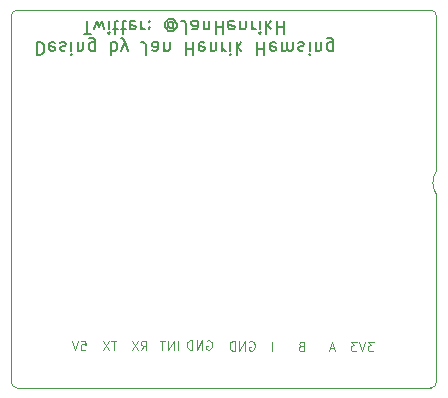
<source format=gbo>
G04 #@! TF.GenerationSoftware,KiCad,Pcbnew,5.1.0*
G04 #@! TF.CreationDate,2019-05-06T20:06:38+02:00*
G04 #@! TF.ProjectId,printer-otter,7072696e-7465-4722-9d6f-747465722e6b,rev?*
G04 #@! TF.SameCoordinates,Original*
G04 #@! TF.FileFunction,Legend,Bot*
G04 #@! TF.FilePolarity,Positive*
%FSLAX46Y46*%
G04 Gerber Fmt 4.6, Leading zero omitted, Abs format (unit mm)*
G04 Created by KiCad (PCBNEW 5.1.0) date 2019-05-06 20:06:38*
%MOMM*%
%LPD*%
G04 APERTURE LIST*
%ADD10C,0.100000*%
%ADD11C,0.150000*%
G04 APERTURE END LIST*
D10*
X136000000Y-113625000D02*
X136000000Y-100500000D01*
X135500000Y-100000000D02*
X121750000Y-100000000D01*
X105902380Y-128011904D02*
X106283333Y-128011904D01*
X106321428Y-128392857D01*
X106283333Y-128354761D01*
X106207142Y-128316666D01*
X106016666Y-128316666D01*
X105940476Y-128354761D01*
X105902380Y-128392857D01*
X105864285Y-128469047D01*
X105864285Y-128659523D01*
X105902380Y-128735714D01*
X105940476Y-128773809D01*
X106016666Y-128811904D01*
X106207142Y-128811904D01*
X106283333Y-128773809D01*
X106321428Y-128735714D01*
X105635714Y-128011904D02*
X105369047Y-128811904D01*
X105102380Y-128011904D01*
X108909523Y-128011904D02*
X108452380Y-128011904D01*
X108680952Y-128811904D02*
X108680952Y-128011904D01*
X108261904Y-128011904D02*
X107728571Y-128811904D01*
X107728571Y-128011904D02*
X108261904Y-128811904D01*
X110983333Y-128811904D02*
X111250000Y-128430952D01*
X111440476Y-128811904D02*
X111440476Y-128011904D01*
X111135714Y-128011904D01*
X111059523Y-128050000D01*
X111021428Y-128088095D01*
X110983333Y-128164285D01*
X110983333Y-128278571D01*
X111021428Y-128354761D01*
X111059523Y-128392857D01*
X111135714Y-128430952D01*
X111440476Y-128430952D01*
X110716666Y-128011904D02*
X110183333Y-128811904D01*
X110183333Y-128011904D02*
X110716666Y-128811904D01*
X114123809Y-128811904D02*
X114123809Y-128011904D01*
X113742857Y-128811904D02*
X113742857Y-128011904D01*
X113285714Y-128811904D01*
X113285714Y-128011904D01*
X113019047Y-128011904D02*
X112561904Y-128011904D01*
X112790476Y-128811904D02*
X112790476Y-128011904D01*
X116559523Y-128000000D02*
X116635714Y-127961904D01*
X116750000Y-127961904D01*
X116864285Y-128000000D01*
X116940476Y-128076190D01*
X116978571Y-128152380D01*
X117016666Y-128304761D01*
X117016666Y-128419047D01*
X116978571Y-128571428D01*
X116940476Y-128647619D01*
X116864285Y-128723809D01*
X116750000Y-128761904D01*
X116673809Y-128761904D01*
X116559523Y-128723809D01*
X116521428Y-128685714D01*
X116521428Y-128419047D01*
X116673809Y-128419047D01*
X116178571Y-128761904D02*
X116178571Y-127961904D01*
X115721428Y-128761904D01*
X115721428Y-127961904D01*
X115340476Y-128761904D02*
X115340476Y-127961904D01*
X115150000Y-127961904D01*
X115035714Y-128000000D01*
X114959523Y-128076190D01*
X114921428Y-128152380D01*
X114883333Y-128304761D01*
X114883333Y-128419047D01*
X114921428Y-128571428D01*
X114959523Y-128647619D01*
X115035714Y-128723809D01*
X115150000Y-128761904D01*
X115340476Y-128761904D01*
X120159523Y-128075000D02*
X120235714Y-128036904D01*
X120350000Y-128036904D01*
X120464285Y-128075000D01*
X120540476Y-128151190D01*
X120578571Y-128227380D01*
X120616666Y-128379761D01*
X120616666Y-128494047D01*
X120578571Y-128646428D01*
X120540476Y-128722619D01*
X120464285Y-128798809D01*
X120350000Y-128836904D01*
X120273809Y-128836904D01*
X120159523Y-128798809D01*
X120121428Y-128760714D01*
X120121428Y-128494047D01*
X120273809Y-128494047D01*
X119778571Y-128836904D02*
X119778571Y-128036904D01*
X119321428Y-128836904D01*
X119321428Y-128036904D01*
X118940476Y-128836904D02*
X118940476Y-128036904D01*
X118750000Y-128036904D01*
X118635714Y-128075000D01*
X118559523Y-128151190D01*
X118521428Y-128227380D01*
X118483333Y-128379761D01*
X118483333Y-128494047D01*
X118521428Y-128646428D01*
X118559523Y-128722619D01*
X118635714Y-128798809D01*
X118750000Y-128836904D01*
X118940476Y-128836904D01*
X122100000Y-128886904D02*
X122100000Y-128086904D01*
X124542857Y-128467857D02*
X124428571Y-128505952D01*
X124390476Y-128544047D01*
X124352380Y-128620238D01*
X124352380Y-128734523D01*
X124390476Y-128810714D01*
X124428571Y-128848809D01*
X124504761Y-128886904D01*
X124809523Y-128886904D01*
X124809523Y-128086904D01*
X124542857Y-128086904D01*
X124466666Y-128125000D01*
X124428571Y-128163095D01*
X124390476Y-128239285D01*
X124390476Y-128315476D01*
X124428571Y-128391666D01*
X124466666Y-128429761D01*
X124542857Y-128467857D01*
X124809523Y-128467857D01*
X127340476Y-128658333D02*
X126959523Y-128658333D01*
X127416666Y-128886904D02*
X127150000Y-128086904D01*
X126883333Y-128886904D01*
X130690476Y-128086904D02*
X130195238Y-128086904D01*
X130461904Y-128391666D01*
X130347619Y-128391666D01*
X130271428Y-128429761D01*
X130233333Y-128467857D01*
X130195238Y-128544047D01*
X130195238Y-128734523D01*
X130233333Y-128810714D01*
X130271428Y-128848809D01*
X130347619Y-128886904D01*
X130576190Y-128886904D01*
X130652380Y-128848809D01*
X130690476Y-128810714D01*
X129966666Y-128086904D02*
X129700000Y-128886904D01*
X129433333Y-128086904D01*
X129242857Y-128086904D02*
X128747619Y-128086904D01*
X129014285Y-128391666D01*
X128900000Y-128391666D01*
X128823809Y-128429761D01*
X128785714Y-128467857D01*
X128747619Y-128544047D01*
X128747619Y-128734523D01*
X128785714Y-128810714D01*
X128823809Y-128848809D01*
X128900000Y-128886904D01*
X129128571Y-128886904D01*
X129204761Y-128848809D01*
X129242857Y-128810714D01*
D11*
X102154761Y-102702380D02*
X102154761Y-103802380D01*
X102416666Y-103802380D01*
X102573809Y-103750000D01*
X102678571Y-103645238D01*
X102730952Y-103540476D01*
X102783333Y-103330952D01*
X102783333Y-103173809D01*
X102730952Y-102964285D01*
X102678571Y-102859523D01*
X102573809Y-102754761D01*
X102416666Y-102702380D01*
X102154761Y-102702380D01*
X103673809Y-102754761D02*
X103569047Y-102702380D01*
X103359523Y-102702380D01*
X103254761Y-102754761D01*
X103202380Y-102859523D01*
X103202380Y-103278571D01*
X103254761Y-103383333D01*
X103359523Y-103435714D01*
X103569047Y-103435714D01*
X103673809Y-103383333D01*
X103726190Y-103278571D01*
X103726190Y-103173809D01*
X103202380Y-103069047D01*
X104145238Y-102754761D02*
X104250000Y-102702380D01*
X104459523Y-102702380D01*
X104564285Y-102754761D01*
X104616666Y-102859523D01*
X104616666Y-102911904D01*
X104564285Y-103016666D01*
X104459523Y-103069047D01*
X104302380Y-103069047D01*
X104197619Y-103121428D01*
X104145238Y-103226190D01*
X104145238Y-103278571D01*
X104197619Y-103383333D01*
X104302380Y-103435714D01*
X104459523Y-103435714D01*
X104564285Y-103383333D01*
X105088095Y-102702380D02*
X105088095Y-103435714D01*
X105088095Y-103802380D02*
X105035714Y-103750000D01*
X105088095Y-103697619D01*
X105140476Y-103750000D01*
X105088095Y-103802380D01*
X105088095Y-103697619D01*
X105611904Y-103435714D02*
X105611904Y-102702380D01*
X105611904Y-103330952D02*
X105664285Y-103383333D01*
X105769047Y-103435714D01*
X105926190Y-103435714D01*
X106030952Y-103383333D01*
X106083333Y-103278571D01*
X106083333Y-102702380D01*
X107078571Y-103435714D02*
X107078571Y-102545238D01*
X107026190Y-102440476D01*
X106973809Y-102388095D01*
X106869047Y-102335714D01*
X106711904Y-102335714D01*
X106607142Y-102388095D01*
X107078571Y-102754761D02*
X106973809Y-102702380D01*
X106764285Y-102702380D01*
X106659523Y-102754761D01*
X106607142Y-102807142D01*
X106554761Y-102911904D01*
X106554761Y-103226190D01*
X106607142Y-103330952D01*
X106659523Y-103383333D01*
X106764285Y-103435714D01*
X106973809Y-103435714D01*
X107078571Y-103383333D01*
X108440476Y-102702380D02*
X108440476Y-103802380D01*
X108440476Y-103383333D02*
X108545238Y-103435714D01*
X108754761Y-103435714D01*
X108859523Y-103383333D01*
X108911904Y-103330952D01*
X108964285Y-103226190D01*
X108964285Y-102911904D01*
X108911904Y-102807142D01*
X108859523Y-102754761D01*
X108754761Y-102702380D01*
X108545238Y-102702380D01*
X108440476Y-102754761D01*
X109330952Y-103435714D02*
X109592857Y-102702380D01*
X109854761Y-103435714D02*
X109592857Y-102702380D01*
X109488095Y-102440476D01*
X109435714Y-102388095D01*
X109330952Y-102335714D01*
X111426190Y-103802380D02*
X111426190Y-103016666D01*
X111373809Y-102859523D01*
X111269047Y-102754761D01*
X111111904Y-102702380D01*
X111007142Y-102702380D01*
X112421428Y-102702380D02*
X112421428Y-103278571D01*
X112369047Y-103383333D01*
X112264285Y-103435714D01*
X112054761Y-103435714D01*
X111950000Y-103383333D01*
X112421428Y-102754761D02*
X112316666Y-102702380D01*
X112054761Y-102702380D01*
X111950000Y-102754761D01*
X111897619Y-102859523D01*
X111897619Y-102964285D01*
X111950000Y-103069047D01*
X112054761Y-103121428D01*
X112316666Y-103121428D01*
X112421428Y-103173809D01*
X112945238Y-103435714D02*
X112945238Y-102702380D01*
X112945238Y-103330952D02*
X112997619Y-103383333D01*
X113102380Y-103435714D01*
X113259523Y-103435714D01*
X113364285Y-103383333D01*
X113416666Y-103278571D01*
X113416666Y-102702380D01*
X114778571Y-102702380D02*
X114778571Y-103802380D01*
X114778571Y-103278571D02*
X115407142Y-103278571D01*
X115407142Y-102702380D02*
X115407142Y-103802380D01*
X116350000Y-102754761D02*
X116245238Y-102702380D01*
X116035714Y-102702380D01*
X115930952Y-102754761D01*
X115878571Y-102859523D01*
X115878571Y-103278571D01*
X115930952Y-103383333D01*
X116035714Y-103435714D01*
X116245238Y-103435714D01*
X116350000Y-103383333D01*
X116402380Y-103278571D01*
X116402380Y-103173809D01*
X115878571Y-103069047D01*
X116873809Y-103435714D02*
X116873809Y-102702380D01*
X116873809Y-103330952D02*
X116926190Y-103383333D01*
X117030952Y-103435714D01*
X117188095Y-103435714D01*
X117292857Y-103383333D01*
X117345238Y-103278571D01*
X117345238Y-102702380D01*
X117869047Y-102702380D02*
X117869047Y-103435714D01*
X117869047Y-103226190D02*
X117921428Y-103330952D01*
X117973809Y-103383333D01*
X118078571Y-103435714D01*
X118183333Y-103435714D01*
X118550000Y-102702380D02*
X118550000Y-103435714D01*
X118550000Y-103802380D02*
X118497619Y-103750000D01*
X118550000Y-103697619D01*
X118602380Y-103750000D01*
X118550000Y-103802380D01*
X118550000Y-103697619D01*
X119073809Y-102702380D02*
X119073809Y-103802380D01*
X119178571Y-103121428D02*
X119492857Y-102702380D01*
X119492857Y-103435714D02*
X119073809Y-103016666D01*
X120802380Y-102702380D02*
X120802380Y-103802380D01*
X120802380Y-103278571D02*
X121430952Y-103278571D01*
X121430952Y-102702380D02*
X121430952Y-103802380D01*
X122373809Y-102754761D02*
X122269047Y-102702380D01*
X122059523Y-102702380D01*
X121954761Y-102754761D01*
X121902380Y-102859523D01*
X121902380Y-103278571D01*
X121954761Y-103383333D01*
X122059523Y-103435714D01*
X122269047Y-103435714D01*
X122373809Y-103383333D01*
X122426190Y-103278571D01*
X122426190Y-103173809D01*
X121902380Y-103069047D01*
X122897619Y-102702380D02*
X122897619Y-103435714D01*
X122897619Y-103330952D02*
X122950000Y-103383333D01*
X123054761Y-103435714D01*
X123211904Y-103435714D01*
X123316666Y-103383333D01*
X123369047Y-103278571D01*
X123369047Y-102702380D01*
X123369047Y-103278571D02*
X123421428Y-103383333D01*
X123526190Y-103435714D01*
X123683333Y-103435714D01*
X123788095Y-103383333D01*
X123840476Y-103278571D01*
X123840476Y-102702380D01*
X124311904Y-102754761D02*
X124416666Y-102702380D01*
X124626190Y-102702380D01*
X124730952Y-102754761D01*
X124783333Y-102859523D01*
X124783333Y-102911904D01*
X124730952Y-103016666D01*
X124626190Y-103069047D01*
X124469047Y-103069047D01*
X124364285Y-103121428D01*
X124311904Y-103226190D01*
X124311904Y-103278571D01*
X124364285Y-103383333D01*
X124469047Y-103435714D01*
X124626190Y-103435714D01*
X124730952Y-103383333D01*
X125254761Y-102702380D02*
X125254761Y-103435714D01*
X125254761Y-103802380D02*
X125202380Y-103750000D01*
X125254761Y-103697619D01*
X125307142Y-103750000D01*
X125254761Y-103802380D01*
X125254761Y-103697619D01*
X125778571Y-103435714D02*
X125778571Y-102702380D01*
X125778571Y-103330952D02*
X125830952Y-103383333D01*
X125935714Y-103435714D01*
X126092857Y-103435714D01*
X126197619Y-103383333D01*
X126250000Y-103278571D01*
X126250000Y-102702380D01*
X127245238Y-103435714D02*
X127245238Y-102545238D01*
X127192857Y-102440476D01*
X127140476Y-102388095D01*
X127035714Y-102335714D01*
X126878571Y-102335714D01*
X126773809Y-102388095D01*
X127245238Y-102754761D02*
X127140476Y-102702380D01*
X126930952Y-102702380D01*
X126826190Y-102754761D01*
X126773809Y-102807142D01*
X126721428Y-102911904D01*
X126721428Y-103226190D01*
X126773809Y-103330952D01*
X126826190Y-103383333D01*
X126930952Y-103435714D01*
X127140476Y-103435714D01*
X127245238Y-103383333D01*
X106135714Y-102002380D02*
X106764285Y-102002380D01*
X106450000Y-100902380D02*
X106450000Y-102002380D01*
X107026190Y-101635714D02*
X107235714Y-100902380D01*
X107445238Y-101426190D01*
X107654761Y-100902380D01*
X107864285Y-101635714D01*
X108283333Y-100902380D02*
X108283333Y-101635714D01*
X108283333Y-102002380D02*
X108230952Y-101950000D01*
X108283333Y-101897619D01*
X108335714Y-101950000D01*
X108283333Y-102002380D01*
X108283333Y-101897619D01*
X108650000Y-101635714D02*
X109069047Y-101635714D01*
X108807142Y-102002380D02*
X108807142Y-101059523D01*
X108859523Y-100954761D01*
X108964285Y-100902380D01*
X109069047Y-100902380D01*
X109278571Y-101635714D02*
X109697619Y-101635714D01*
X109435714Y-102002380D02*
X109435714Y-101059523D01*
X109488095Y-100954761D01*
X109592857Y-100902380D01*
X109697619Y-100902380D01*
X110483333Y-100954761D02*
X110378571Y-100902380D01*
X110169047Y-100902380D01*
X110064285Y-100954761D01*
X110011904Y-101059523D01*
X110011904Y-101478571D01*
X110064285Y-101583333D01*
X110169047Y-101635714D01*
X110378571Y-101635714D01*
X110483333Y-101583333D01*
X110535714Y-101478571D01*
X110535714Y-101373809D01*
X110011904Y-101269047D01*
X111007142Y-100902380D02*
X111007142Y-101635714D01*
X111007142Y-101426190D02*
X111059523Y-101530952D01*
X111111904Y-101583333D01*
X111216666Y-101635714D01*
X111321428Y-101635714D01*
X111688095Y-101007142D02*
X111740476Y-100954761D01*
X111688095Y-100902380D01*
X111635714Y-100954761D01*
X111688095Y-101007142D01*
X111688095Y-100902380D01*
X111688095Y-101583333D02*
X111740476Y-101530952D01*
X111688095Y-101478571D01*
X111635714Y-101530952D01*
X111688095Y-101583333D01*
X111688095Y-101478571D01*
X113730952Y-101426190D02*
X113678571Y-101478571D01*
X113573809Y-101530952D01*
X113469047Y-101530952D01*
X113364285Y-101478571D01*
X113311904Y-101426190D01*
X113259523Y-101321428D01*
X113259523Y-101216666D01*
X113311904Y-101111904D01*
X113364285Y-101059523D01*
X113469047Y-101007142D01*
X113573809Y-101007142D01*
X113678571Y-101059523D01*
X113730952Y-101111904D01*
X113730952Y-101530952D02*
X113730952Y-101111904D01*
X113783333Y-101059523D01*
X113835714Y-101059523D01*
X113940476Y-101111904D01*
X113992857Y-101216666D01*
X113992857Y-101478571D01*
X113888095Y-101635714D01*
X113730952Y-101740476D01*
X113521428Y-101792857D01*
X113311904Y-101740476D01*
X113154761Y-101635714D01*
X113050000Y-101478571D01*
X112997619Y-101269047D01*
X113050000Y-101059523D01*
X113154761Y-100902380D01*
X113311904Y-100797619D01*
X113521428Y-100745238D01*
X113730952Y-100797619D01*
X113888095Y-100902380D01*
X114778571Y-102002380D02*
X114778571Y-101216666D01*
X114726190Y-101059523D01*
X114621428Y-100954761D01*
X114464285Y-100902380D01*
X114359523Y-100902380D01*
X115773809Y-100902380D02*
X115773809Y-101478571D01*
X115721428Y-101583333D01*
X115616666Y-101635714D01*
X115407142Y-101635714D01*
X115302380Y-101583333D01*
X115773809Y-100954761D02*
X115669047Y-100902380D01*
X115407142Y-100902380D01*
X115302380Y-100954761D01*
X115250000Y-101059523D01*
X115250000Y-101164285D01*
X115302380Y-101269047D01*
X115407142Y-101321428D01*
X115669047Y-101321428D01*
X115773809Y-101373809D01*
X116297619Y-101635714D02*
X116297619Y-100902380D01*
X116297619Y-101530952D02*
X116350000Y-101583333D01*
X116454761Y-101635714D01*
X116611904Y-101635714D01*
X116716666Y-101583333D01*
X116769047Y-101478571D01*
X116769047Y-100902380D01*
X117292857Y-100902380D02*
X117292857Y-102002380D01*
X117292857Y-101478571D02*
X117921428Y-101478571D01*
X117921428Y-100902380D02*
X117921428Y-102002380D01*
X118864285Y-100954761D02*
X118759523Y-100902380D01*
X118550000Y-100902380D01*
X118445238Y-100954761D01*
X118392857Y-101059523D01*
X118392857Y-101478571D01*
X118445238Y-101583333D01*
X118550000Y-101635714D01*
X118759523Y-101635714D01*
X118864285Y-101583333D01*
X118916666Y-101478571D01*
X118916666Y-101373809D01*
X118392857Y-101269047D01*
X119388095Y-101635714D02*
X119388095Y-100902380D01*
X119388095Y-101530952D02*
X119440476Y-101583333D01*
X119545238Y-101635714D01*
X119702380Y-101635714D01*
X119807142Y-101583333D01*
X119859523Y-101478571D01*
X119859523Y-100902380D01*
X120383333Y-100902380D02*
X120383333Y-101635714D01*
X120383333Y-101426190D02*
X120435714Y-101530952D01*
X120488095Y-101583333D01*
X120592857Y-101635714D01*
X120697619Y-101635714D01*
X121064285Y-100902380D02*
X121064285Y-101635714D01*
X121064285Y-102002380D02*
X121011904Y-101950000D01*
X121064285Y-101897619D01*
X121116666Y-101950000D01*
X121064285Y-102002380D01*
X121064285Y-101897619D01*
X121588095Y-100902380D02*
X121588095Y-102002380D01*
X121692857Y-101321428D02*
X122007142Y-100902380D01*
X122007142Y-101635714D02*
X121588095Y-101216666D01*
X122478571Y-100902380D02*
X122478571Y-102002380D01*
X122478571Y-101478571D02*
X123107142Y-101478571D01*
X123107142Y-100902380D02*
X123107142Y-102002380D01*
D10*
X100000000Y-100500000D02*
G75*
G02X100500000Y-100000000I500000J0D01*
G01*
X100500000Y-132000000D02*
G75*
G02X100000000Y-131500000I0J500000D01*
G01*
X136000000Y-131500000D02*
G75*
G02X135500000Y-132000000I-500000J0D01*
G01*
X135500000Y-100000000D02*
G75*
G02X136000000Y-100500000I0J-500000D01*
G01*
X135500000Y-100000000D02*
X135500000Y-100000000D01*
X136000000Y-131500000D02*
X136000000Y-115625000D01*
X100500000Y-132000000D02*
X135500000Y-132000000D01*
X100000000Y-100500000D02*
X100000000Y-131500000D01*
X104500000Y-100000000D02*
X100500000Y-100000000D01*
X107000000Y-100000000D02*
X104500000Y-100000000D01*
X110000000Y-100000000D02*
X112500000Y-100000000D01*
X113000000Y-100000000D02*
X112500000Y-100000000D01*
X110000000Y-100000000D02*
X107000000Y-100000000D01*
X121750000Y-100000000D02*
X113000000Y-100000000D01*
X136000000Y-115625000D02*
G75*
G02X136000000Y-113625000I1499999J1000000D01*
G01*
M02*

</source>
